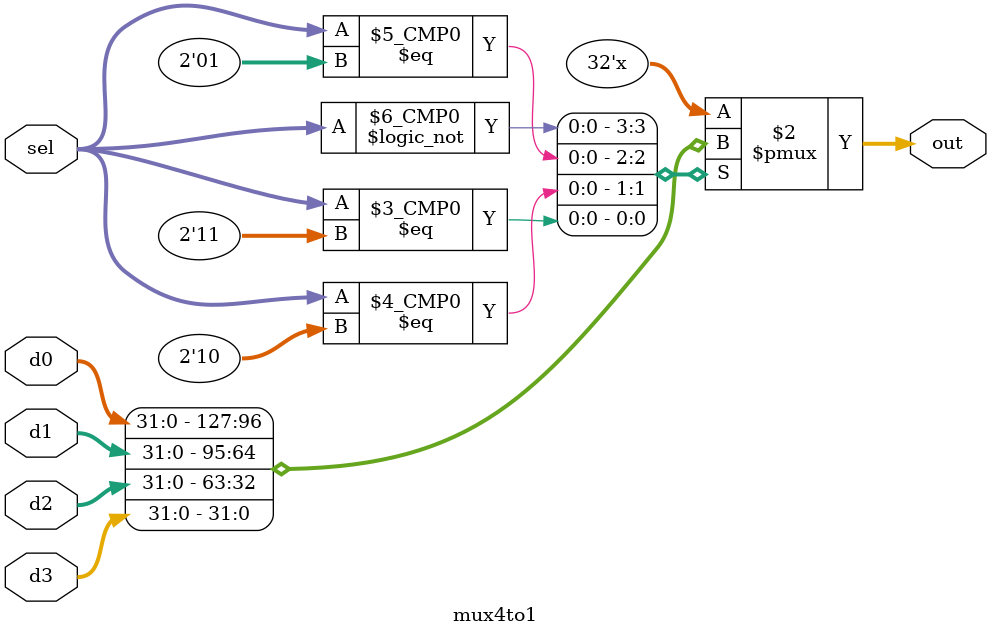
<source format=sv>
module mux4to1 #(
parameter width=32
)(
    input logic [(width)-1:0] d0,
    input logic [(width)-1:0] d1,
    input logic [(width)-1:0] d2,
    input logic [(width)-1:0] d3,
    input logic [1:0] sel,
    output logic [(width)-1:0] out
);

    always_comb begin
        case(sel)
            2'b00:out=d0;
            2'b01:out=d1;
            2'b10:out=d2;
            2'b11:out=d3;
            default:out=32'b0;
    endcase
    end
 endmodule

</source>
